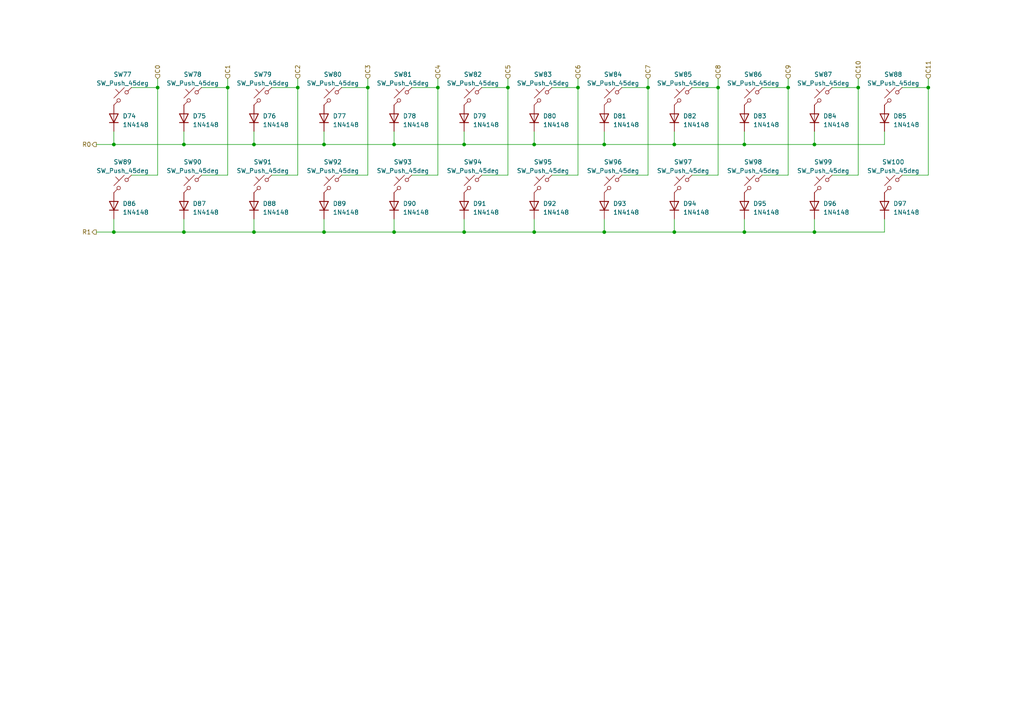
<source format=kicad_sch>
(kicad_sch (version 20230121) (generator eeschema)
  (paper "A4")
  (lib_symbols
    (symbol "Device:D" (pin_numbers hide) (pin_names (offset 1.016) hide)
      (property "Reference" "D" (at 0 2.54 0))
      (property "Value" "D" (at 0 -2.54 0))
      (symbol "D_0_1"
        (polyline (pts (xy -1.27 1.27) (xy -1.27 -1.27)) (stroke (width 0.254)))
        (polyline (pts (xy 1.27 0) (xy -1.27 0)))
        (polyline (pts (xy 1.27 1.27) (xy 1.27 -1.27) (xy -1.27 0) (xy 1.27 1.27)) (stroke (width 0.254)))
      )
      (symbol "D_1_1"
        (pin passive line (at -3.81 0 0) (length 2.54) (name "K") (number "1"))
        (pin passive line (at 3.81 0 180) (length 2.54) (name "A") (number "2"))
      )
    )
    (symbol "Switch:SW_Push_45deg" (pin_numbers hide) (pin_names (offset 1.016) hide)
      (property "Reference" "SW" (at 3.048 1.016 0))
      (property "Value" "SW_Push_45deg" (at 0 -3.81 0))
      (symbol "SW_Push_45deg_0_1"
        (circle (center -1.1684 1.1684) (radius 0.508))
        (polyline (pts (xy -0.508 2.54) (xy 2.54 -0.508)))
        (polyline (pts (xy 1.016 1.016) (xy 2.032 2.032)))
        (polyline (pts (xy -2.54 2.54) (xy -1.524 1.524) (xy -1.524 1.524)))
        (polyline (pts (xy 1.524 -1.524) (xy 2.54 -2.54) (xy 2.54 -2.54) (xy 2.54 -2.54)))
        (circle (center 1.143 -1.1938) (radius 0.508))
        (pin passive line (at -2.54 2.54 0) (length 0) (name "1") (number "1"))
        (pin passive line (at 2.54 -2.54 180) (length 0) (name "2") (number "2"))
      )
    )
  )
  (junction (at 228.6 25.4))
  (junction (at 93.98 67.31))
  (junction (at 106.68 25.4))
  (junction (at 114.3 41.91))
  (junction (at 236.22 67.31))
  (junction (at 248.92 25.4))
  (junction (at 195.58 41.91))
  (junction (at 33.02 67.31))
  (junction (at 195.58 67.31))
  (junction (at 215.9 41.91))
  (junction (at 45.72 25.4))
  (junction (at 134.62 67.31))
  (junction (at 147.32 25.4))
  (junction (at 53.34 41.91))
  (junction (at 167.64 25.4))
  (junction (at 215.9 67.31))
  (junction (at 187.96 25.4))
  (junction (at 73.66 67.31))
  (junction (at 66.04 25.4))
  (junction (at 53.34 67.31))
  (junction (at 269.24 25.4))
  (junction (at 134.62 41.91))
  (junction (at 175.26 67.31))
  (junction (at 236.22 41.91))
  (junction (at 154.94 67.31))
  (junction (at 86.36 25.4))
  (junction (at 93.98 41.91))
  (junction (at 154.94 41.91))
  (junction (at 175.26 41.91))
  (junction (at 33.02 41.91))
  (junction (at 208.28 25.4))
  (junction (at 73.66 41.91))
  (junction (at 127 25.4))
  (junction (at 114.3 67.31))
  (wire (pts (xy 175.26 41.91) (xy 195.58 41.91)))
  (wire (pts (xy 167.64 25.4) (xy 167.64 50.8)))
  (wire (pts (xy 58.42 50.8) (xy 66.04 50.8)))
  (wire (pts (xy 154.94 63.5) (xy 154.94 67.31)))
  (wire (pts (xy 236.22 41.91) (xy 256.54 41.91)))
  (wire (pts (xy 208.28 22.86) (xy 208.28 25.4)))
  (wire (pts (xy 86.36 25.4) (xy 86.36 50.8)))
  (wire (pts (xy 53.34 63.5) (xy 53.34 67.31)))
  (wire (pts (xy 114.3 67.31) (xy 134.62 67.31)))
  (wire (pts (xy 106.68 22.86) (xy 106.68 25.4)))
  (wire (pts (xy 66.04 25.4) (xy 66.04 50.8)))
  (wire (pts (xy 195.58 67.31) (xy 215.9 67.31)))
  (wire (pts (xy 256.54 38.1) (xy 256.54 41.91)))
  (wire (pts (xy 200.66 50.8) (xy 208.28 50.8)))
  (wire (pts (xy 160.02 25.4) (xy 167.64 25.4)))
  (wire (pts (xy 248.92 22.86) (xy 248.92 25.4)))
  (wire (pts (xy 160.02 50.8) (xy 167.64 50.8)))
  (wire (pts (xy 45.72 25.4) (xy 45.72 50.8)))
  (wire (pts (xy 106.68 25.4) (xy 106.68 50.8)))
  (wire (pts (xy 93.98 67.31) (xy 114.3 67.31)))
  (wire (pts (xy 134.62 67.31) (xy 154.94 67.31)))
  (wire (pts (xy 139.7 50.8) (xy 147.32 50.8)))
  (wire (pts (xy 261.62 25.4) (xy 269.24 25.4)))
  (wire (pts (xy 27.94 67.31) (xy 33.02 67.31)))
  (wire (pts (xy 236.22 38.1) (xy 236.22 41.91)))
  (wire (pts (xy 53.34 41.91) (xy 73.66 41.91)))
  (wire (pts (xy 154.94 67.31) (xy 175.26 67.31)))
  (wire (pts (xy 73.66 63.5) (xy 73.66 67.31)))
  (wire (pts (xy 93.98 41.91) (xy 114.3 41.91)))
  (wire (pts (xy 269.24 25.4) (xy 269.24 50.8)))
  (wire (pts (xy 147.32 22.86) (xy 147.32 25.4)))
  (wire (pts (xy 175.26 67.31) (xy 195.58 67.31)))
  (wire (pts (xy 228.6 22.86) (xy 228.6 25.4)))
  (wire (pts (xy 114.3 38.1) (xy 114.3 41.91)))
  (wire (pts (xy 38.1 25.4) (xy 45.72 25.4)))
  (wire (pts (xy 78.74 25.4) (xy 86.36 25.4)))
  (wire (pts (xy 195.58 63.5) (xy 195.58 67.31)))
  (wire (pts (xy 38.1 50.8) (xy 45.72 50.8)))
  (wire (pts (xy 215.9 67.31) (xy 236.22 67.31)))
  (wire (pts (xy 180.34 25.4) (xy 187.96 25.4)))
  (wire (pts (xy 236.22 67.31) (xy 256.54 67.31)))
  (wire (pts (xy 114.3 41.91) (xy 134.62 41.91)))
  (wire (pts (xy 195.58 38.1) (xy 195.58 41.91)))
  (wire (pts (xy 228.6 25.4) (xy 228.6 50.8)))
  (wire (pts (xy 93.98 63.5) (xy 93.98 67.31)))
  (wire (pts (xy 73.66 67.31) (xy 93.98 67.31)))
  (wire (pts (xy 167.64 22.86) (xy 167.64 25.4)))
  (wire (pts (xy 236.22 63.5) (xy 236.22 67.31)))
  (wire (pts (xy 215.9 38.1) (xy 215.9 41.91)))
  (wire (pts (xy 78.74 50.8) (xy 86.36 50.8)))
  (wire (pts (xy 119.38 25.4) (xy 127 25.4)))
  (wire (pts (xy 27.94 41.91) (xy 33.02 41.91)))
  (wire (pts (xy 220.98 25.4) (xy 228.6 25.4)))
  (wire (pts (xy 73.66 38.1) (xy 73.66 41.91)))
  (wire (pts (xy 134.62 41.91) (xy 154.94 41.91)))
  (wire (pts (xy 134.62 63.5) (xy 134.62 67.31)))
  (wire (pts (xy 269.24 22.86) (xy 269.24 25.4)))
  (wire (pts (xy 127 22.86) (xy 127 25.4)))
  (wire (pts (xy 261.62 50.8) (xy 269.24 50.8)))
  (wire (pts (xy 175.26 38.1) (xy 175.26 41.91)))
  (wire (pts (xy 241.3 50.8) (xy 248.92 50.8)))
  (wire (pts (xy 99.06 25.4) (xy 106.68 25.4)))
  (wire (pts (xy 200.66 25.4) (xy 208.28 25.4)))
  (wire (pts (xy 93.98 38.1) (xy 93.98 41.91)))
  (wire (pts (xy 119.38 50.8) (xy 127 50.8)))
  (wire (pts (xy 175.26 63.5) (xy 175.26 67.31)))
  (wire (pts (xy 215.9 63.5) (xy 215.9 67.31)))
  (wire (pts (xy 58.42 25.4) (xy 66.04 25.4)))
  (wire (pts (xy 33.02 41.91) (xy 53.34 41.91)))
  (wire (pts (xy 114.3 63.5) (xy 114.3 67.31)))
  (wire (pts (xy 33.02 63.5) (xy 33.02 67.31)))
  (wire (pts (xy 45.72 22.86) (xy 45.72 25.4)))
  (wire (pts (xy 53.34 67.31) (xy 73.66 67.31)))
  (wire (pts (xy 187.96 25.4) (xy 187.96 50.8)))
  (wire (pts (xy 215.9 41.91) (xy 236.22 41.91)))
  (wire (pts (xy 147.32 25.4) (xy 147.32 50.8)))
  (wire (pts (xy 154.94 41.91) (xy 175.26 41.91)))
  (wire (pts (xy 154.94 38.1) (xy 154.94 41.91)))
  (wire (pts (xy 187.96 22.86) (xy 187.96 25.4)))
  (wire (pts (xy 256.54 63.5) (xy 256.54 67.31)))
  (wire (pts (xy 241.3 25.4) (xy 248.92 25.4)))
  (wire (pts (xy 208.28 25.4) (xy 208.28 50.8)))
  (wire (pts (xy 139.7 25.4) (xy 147.32 25.4)))
  (wire (pts (xy 248.92 25.4) (xy 248.92 50.8)))
  (wire (pts (xy 220.98 50.8) (xy 228.6 50.8)))
  (wire (pts (xy 134.62 38.1) (xy 134.62 41.91)))
  (wire (pts (xy 127 25.4) (xy 127 50.8)))
  (wire (pts (xy 53.34 38.1) (xy 53.34 41.91)))
  (wire (pts (xy 99.06 50.8) (xy 106.68 50.8)))
  (wire (pts (xy 66.04 22.86) (xy 66.04 25.4)))
  (wire (pts (xy 195.58 41.91) (xy 215.9 41.91)))
  (wire (pts (xy 33.02 38.1) (xy 33.02 41.91)))
  (wire (pts (xy 86.36 22.86) (xy 86.36 25.4)))
  (wire (pts (xy 33.02 67.31) (xy 53.34 67.31)))
  (wire (pts (xy 73.66 41.91) (xy 93.98 41.91)))
  (wire (pts (xy 180.34 50.8) (xy 187.96 50.8)))
  (hierarchical_label "C11" (shape input) (at 269.24 22.86 90))
  (hierarchical_label "C2" (shape input) (at 86.36 22.86 90))
  (hierarchical_label "C8" (shape input) (at 208.28 22.86 90))
  (hierarchical_label "C5" (shape input) (at 147.32 22.86 90))
  (hierarchical_label "C6" (shape input) (at 167.64 22.86 90))
  (hierarchical_label "C10" (shape input) (at 248.92 22.86 90))
  (hierarchical_label "C1" (shape input) (at 66.04 22.86 90))
  (hierarchical_label "R0" (shape output) (at 27.94 41.91 180))
  (hierarchical_label "C7" (shape input) (at 187.96 22.86 90))
  (hierarchical_label "C9" (shape input) (at 228.6 22.86 90))
  (hierarchical_label "C4" (shape input) (at 127 22.86 90))
  (hierarchical_label "C3" (shape input) (at 106.68 22.86 90))
  (hierarchical_label "R1" (shape output) (at 27.94 67.31 180))
  (hierarchical_label "C0" (shape input) (at 45.72 22.86 90))
  (symbol (lib_id "Switch:SW_Push_45deg") (at 177.8 27.94 0) (mirror y) (unit 1)
    (property "Reference" "SW84" (at 177.8 21.59 0))
    (property "Value" "SW_Push_45deg" (at 177.8 24.13 0))
    (instances (project "autoharpie" (path "" (reference "SW84") (unit 1)) (path "" (reference "SW59") (unit 1))))
  )
  (symbol (lib_id "Switch:SW_Push_45deg") (at 177.8 53.34 0) (mirror y) (unit 1)
    (property "Reference" "SW96" (at 177.8 46.99 0))
    (property "Value" "SW_Push_45deg" (at 177.8 49.53 0))
    (instances (project "autoharpie" (path "" (reference "SW96") (unit 1)) (path "" (reference "SW60") (unit 1))))
  )
  (symbol (lib_id "Device:D") (at 93.98 34.29 90) (unit 1)
    (property "Reference" "D77" (at 96.52 33.655 90) (effects (justify right)))
    (property "Value" "1N4148" (at 96.52 36.195 90) (effects (justify right)))
    (property "Sim.Device" "D" (effects hide))
    (property "Sim.Pins" "1=K 2=A" (effects hide))
    (instances (project "autoharpie" (path "" (reference "D77") (unit 1)) (path "" (reference "D33") (unit 1))))
  )
  (symbol (lib_id "Device:D") (at 195.58 34.29 90) (unit 1)
    (property "Reference" "D82" (at 198.12 33.655 90) (effects (justify right)))
    (property "Value" "1N4148" (at 198.12 36.195 90) (effects (justify right)))
    (property "Sim.Device" "D" (effects hide))
    (property "Sim.Pins" "1=K 2=A" (effects hide))
    (instances (project "autoharpie" (path "" (reference "D82") (unit 1)) (path "" (reference "D63") (unit 1))))
  )
  (symbol (lib_id "Device:D") (at 175.26 59.69 90) (unit 1)
    (property "Reference" "D93" (at 177.8 59.055 90) (effects (justify right)))
    (property "Value" "1N4148" (at 177.8 61.595 90) (effects (justify right)))
    (property "Sim.Device" "D" (effects hide))
    (property "Sim.Pins" "1=K 2=A" (effects hide))
    (instances (project "autoharpie" (path "" (reference "D93") (unit 1)) (path "" (reference "D58") (unit 1))))
  )
  (symbol (lib_id "Switch:SW_Push_45deg") (at 96.52 53.34 0) (mirror y) (unit 1)
    (property "Reference" "SW92" (at 96.52 46.99 0))
    (property "Value" "SW_Push_45deg" (at 96.52 49.53 0))
    (instances (project "autoharpie" (path "" (reference "SW92") (unit 1)) (path "" (reference "SW36") (unit 1))))
  )
  (symbol (lib_id "Switch:SW_Push_45deg") (at 137.16 27.94 0) (mirror y) (unit 1)
    (property "Reference" "SW82" (at 137.16 21.59 0))
    (property "Value" "SW_Push_45deg" (at 137.16 24.13 0))
    (instances (project "autoharpie" (path "" (reference "SW82") (unit 1)) (path "" (reference "SW47") (unit 1))))
  )
  (symbol (lib_id "Device:D") (at 215.9 34.29 90) (unit 1)
    (property "Reference" "D83" (at 218.44 33.655 90) (effects (justify right)))
    (property "Value" "1N4148" (at 218.44 36.195 90) (effects (justify right)))
    (property "Sim.Device" "D" (effects hide))
    (property "Sim.Pins" "1=K 2=A" (effects hide))
    (instances (project "autoharpie" (path "" (reference "D83") (unit 1)) (path "" (reference "D69") (unit 1))))
  )
  (symbol (lib_id "Device:D") (at 236.22 34.29 90) (unit 1)
    (property "Reference" "D84" (at 238.76 33.655 90) (effects (justify right)))
    (property "Value" "1N4148" (at 238.76 36.195 90) (effects (justify right)))
    (property "Sim.Device" "D" (effects hide))
    (property "Sim.Pins" "1=K 2=A" (effects hide))
    (instances (project "autoharpie" (path "" (reference "D84") (unit 1)) (path "" (reference "D159") (unit 1))))
  )
  (symbol (lib_id "Device:D") (at 73.66 34.29 90) (unit 1)
    (property "Reference" "D76" (at 76.2 33.655 90) (effects (justify right)))
    (property "Value" "1N4148" (at 76.2 36.195 90) (effects (justify right)))
    (property "Sim.Device" "D" (effects hide))
    (property "Sim.Pins" "1=K 2=A" (effects hide))
    (instances (project "autoharpie" (path "" (reference "D76") (unit 1)) (path "" (reference "D27") (unit 1))))
  )
  (symbol (lib_id "Device:D") (at 114.3 59.69 90) (unit 1)
    (property "Reference" "D90" (at 116.84 59.055 90) (effects (justify right)))
    (property "Value" "1N4148" (at 116.84 61.595 90) (effects (justify right)))
    (property "Sim.Device" "D" (effects hide))
    (property "Sim.Pins" "1=K 2=A" (effects hide))
    (instances (project "autoharpie" (path "" (reference "D90") (unit 1)) (path "" (reference "D40") (unit 1))))
  )
  (symbol (lib_id "Device:D") (at 195.58 59.69 90) (unit 1)
    (property "Reference" "D94" (at 198.12 59.055 90) (effects (justify right)))
    (property "Value" "1N4148" (at 198.12 61.595 90) (effects (justify right)))
    (property "Sim.Device" "D" (effects hide))
    (property "Sim.Pins" "1=K 2=A" (effects hide))
    (instances (project "autoharpie" (path "" (reference "D94") (unit 1)) (path "" (reference "D64") (unit 1))))
  )
  (symbol (lib_id "Device:D") (at 134.62 59.69 90) (unit 1)
    (property "Reference" "D91" (at 137.16 59.055 90) (effects (justify right)))
    (property "Value" "1N4148" (at 137.16 61.595 90) (effects (justify right)))
    (property "Sim.Device" "D" (effects hide))
    (property "Sim.Pins" "1=K 2=A" (effects hide))
    (instances (project "autoharpie" (path "" (reference "D91") (unit 1)) (path "" (reference "D46") (unit 1))))
  )
  (symbol (lib_id "Device:D") (at 236.22 59.69 90) (unit 1)
    (property "Reference" "D96" (at 238.76 59.055 90) (effects (justify right)))
    (property "Value" "1N4148" (at 238.76 61.595 90) (effects (justify right)))
    (property "Sim.Device" "D" (effects hide))
    (property "Sim.Pins" "1=K 2=A" (effects hide))
    (instances (project "autoharpie" (path "" (reference "D96") (unit 1)) (path "" (reference "D160") (unit 1))))
  )
  (symbol (lib_id "Device:D") (at 53.34 34.29 90) (unit 1)
    (property "Reference" "D75" (at 55.88 33.655 90) (effects (justify right)))
    (property "Value" "1N4148" (at 55.88 36.195 90) (effects (justify right)))
    (property "Sim.Device" "D" (effects hide))
    (property "Sim.Pins" "1=K 2=A" (effects hide))
    (instances (project "autoharpie" (path "" (reference "D75") (unit 1)) (path "" (reference "D21") (unit 1))))
  )
  (symbol (lib_id "Switch:SW_Push_45deg") (at 218.44 27.94 0) (mirror y) (unit 1)
    (property "Reference" "SW86" (at 218.44 21.59 0))
    (property "Value" "SW_Push_45deg" (at 218.44 24.13 0))
    (instances (project "autoharpie" (path "" (reference "SW86") (unit 1)) (path "" (reference "SW71") (unit 1))))
  )
  (symbol (lib_id "Device:D") (at 33.02 34.29 90) (unit 1)
    (property "Reference" "D74" (at 35.56 33.655 90) (effects (justify right)))
    (property "Value" "1N4148" (at 35.56 36.195 90) (effects (justify right)))
    (property "Sim.Device" "D" (effects hide))
    (property "Sim.Pins" "1=K 2=A" (effects hide))
    (instances (project "autoharpie" (path "" (reference "D74") (unit 1)) (path "" (reference "D15") (unit 1))))
  )
  (symbol (lib_id "Switch:SW_Push_45deg") (at 259.08 53.34 0) (mirror y) (unit 1)
    (property "Reference" "SW100" (at 259.08 46.99 0))
    (property "Value" "SW_Push_45deg" (at 259.08 49.53 0))
    (instances (project "autoharpie" (path "" (reference "SW100") (unit 1)) (path "" (reference "SW146") (unit 1))))
  )
  (symbol (lib_id "Switch:SW_Push_45deg") (at 198.12 27.94 0) (mirror y) (unit 1)
    (property "Reference" "SW85" (at 198.12 21.59 0))
    (property "Value" "SW_Push_45deg" (at 198.12 24.13 0))
    (instances (project "autoharpie" (path "" (reference "SW85") (unit 1)) (path "" (reference "SW65") (unit 1))))
  )
  (symbol (lib_id "Switch:SW_Push_45deg") (at 35.56 53.34 0) (mirror y) (unit 1)
    (property "Reference" "SW89" (at 35.56 46.99 0))
    (property "Value" "SW_Push_45deg" (at 35.56 49.53 0))
    (instances (project "autoharpie" (path "" (reference "SW89") (unit 1)) (path "" (reference "SW18") (unit 1))))
  )
  (symbol (lib_id "Switch:SW_Push_45deg") (at 55.88 53.34 0) (mirror y) (unit 1)
    (property "Reference" "SW90" (at 55.88 46.99 0))
    (property "Value" "SW_Push_45deg" (at 55.88 49.53 0))
    (instances (project "autoharpie" (path "" (reference "SW90") (unit 1)) (path "" (reference "SW24") (unit 1))))
  )
  (symbol (lib_id "Switch:SW_Push_45deg") (at 137.16 53.34 0) (mirror y) (unit 1)
    (property "Reference" "SW94" (at 137.16 46.99 0))
    (property "Value" "SW_Push_45deg" (at 137.16 49.53 0))
    (instances (project "autoharpie" (path "" (reference "SW94") (unit 1)) (path "" (reference "SW48") (unit 1))))
  )
  (symbol (lib_id "Device:D") (at 73.66 59.69 90) (unit 1)
    (property "Reference" "D88" (at 76.2 59.055 90) (effects (justify right)))
    (property "Value" "1N4148" (at 76.2 61.595 90) (effects (justify right)))
    (property "Sim.Device" "D" (effects hide))
    (property "Sim.Pins" "1=K 2=A" (effects hide))
    (instances (project "autoharpie" (path "" (reference "D88") (unit 1)) (path "" (reference "D28") (unit 1))))
  )
  (symbol (lib_id "Device:D") (at 114.3 34.29 90) (unit 1)
    (property "Reference" "D78" (at 116.84 33.655 90) (effects (justify right)))
    (property "Value" "1N4148" (at 116.84 36.195 90) (effects (justify right)))
    (property "Sim.Device" "D" (effects hide))
    (property "Sim.Pins" "1=K 2=A" (effects hide))
    (instances (project "autoharpie" (path "" (reference "D78") (unit 1)) (path "" (reference "D39") (unit 1))))
  )
  (symbol (lib_id "Switch:SW_Push_45deg") (at 96.52 27.94 0) (mirror y) (unit 1)
    (property "Reference" "SW80" (at 96.52 21.59 0))
    (property "Value" "SW_Push_45deg" (at 96.52 24.13 0))
    (instances (project "autoharpie" (path "" (reference "SW80") (unit 1)) (path "" (reference "SW35") (unit 1))))
  )
  (symbol (lib_id "Switch:SW_Push_45deg") (at 35.56 27.94 0) (mirror y) (unit 1)
    (property "Reference" "SW77" (at 35.56 21.59 0))
    (property "Value" "SW_Push_45deg" (at 35.56 24.13 0))
    (instances (project "autoharpie" (path "" (reference "SW77") (unit 1)) (path "" (reference "SW17") (unit 1))))
  )
  (symbol (lib_id "Switch:SW_Push_45deg") (at 76.2 27.94 0) (mirror y) (unit 1)
    (property "Reference" "SW79" (at 76.2 21.59 0))
    (property "Value" "SW_Push_45deg" (at 76.2 24.13 0))
    (instances (project "autoharpie" (path "" (reference "SW79") (unit 1)) (path "" (reference "SW29") (unit 1))))
  )
  (symbol (lib_id "Switch:SW_Push_45deg") (at 198.12 53.34 0) (mirror y) (unit 1)
    (property "Reference" "SW97" (at 198.12 46.99 0))
    (property "Value" "SW_Push_45deg" (at 198.12 49.53 0))
    (instances (project "autoharpie" (path "" (reference "SW97") (unit 1)) (path "" (reference "SW66") (unit 1))))
  )
  (symbol (lib_id "Device:D") (at 53.34 59.69 90) (unit 1)
    (property "Reference" "D87" (at 55.88 59.055 90) (effects (justify right)))
    (property "Value" "1N4148" (at 55.88 61.595 90) (effects (justify right)))
    (property "Sim.Device" "D" (effects hide))
    (property "Sim.Pins" "1=K 2=A" (effects hide))
    (instances (project "autoharpie" (path "" (reference "D87") (unit 1)) (path "" (reference "D22") (unit 1))))
  )
  (symbol (lib_id "Device:D") (at 215.9 59.69 90) (unit 1)
    (property "Reference" "D95" (at 218.44 59.055 90) (effects (justify right)))
    (property "Value" "1N4148" (at 218.44 61.595 90) (effects (justify right)))
    (property "Sim.Device" "D" (effects hide))
    (property "Sim.Pins" "1=K 2=A" (effects hide))
    (instances (project "autoharpie" (path "" (reference "D95") (unit 1)) (path "" (reference "D70") (unit 1))))
  )
  (symbol (lib_id "Switch:SW_Push_45deg") (at 259.08 27.94 0) (mirror y) (unit 1)
    (property "Reference" "SW88" (at 259.08 21.59 0))
    (property "Value" "SW_Push_45deg" (at 259.08 24.13 0))
    (instances (project "autoharpie" (path "" (reference "SW88") (unit 1)) (path "" (reference "SW145") (unit 1))))
  )
  (symbol (lib_id "Switch:SW_Push_45deg") (at 116.84 53.34 0) (mirror y) (unit 1)
    (property "Reference" "SW93" (at 116.84 46.99 0))
    (property "Value" "SW_Push_45deg" (at 116.84 49.53 0))
    (instances (project "autoharpie" (path "" (reference "SW93") (unit 1)) (path "" (reference "SW42") (unit 1))))
  )
  (symbol (lib_id "Device:D") (at 134.62 34.29 90) (unit 1)
    (property "Reference" "D79" (at 137.16 33.655 90) (effects (justify right)))
    (property "Value" "1N4148" (at 137.16 36.195 90) (effects (justify right)))
    (property "Sim.Device" "D" (effects hide))
    (property "Sim.Pins" "1=K 2=A" (effects hide))
    (instances (project "autoharpie" (path "" (reference "D79") (unit 1)) (path "" (reference "D45") (unit 1))))
  )
  (symbol (lib_id "Switch:SW_Push_45deg") (at 116.84 27.94 0) (mirror y) (unit 1)
    (property "Reference" "SW81" (at 116.84 21.59 0))
    (property "Value" "SW_Push_45deg" (at 116.84 24.13 0))
    (instances (project "autoharpie" (path "" (reference "SW81") (unit 1)) (path "" (reference "SW41") (unit 1))))
  )
  (symbol (lib_id "Device:D") (at 33.02 59.69 90) (unit 1)
    (property "Reference" "D86" (at 35.56 59.055 90) (effects (justify right)))
    (property "Value" "1N4148" (at 35.56 61.595 90) (effects (justify right)))
    (property "Sim.Device" "D" (effects hide))
    (property "Sim.Pins" "1=K 2=A" (effects hide))
    (instances (project "autoharpie" (path "" (reference "D86") (unit 1)) (path "" (reference "D16") (unit 1))))
  )
  (symbol (lib_id "Device:D") (at 93.98 59.69 90) (unit 1)
    (property "Reference" "D89" (at 96.52 59.055 90) (effects (justify right)))
    (property "Value" "1N4148" (at 96.52 61.595 90) (effects (justify right)))
    (property "Sim.Device" "D" (effects hide))
    (property "Sim.Pins" "1=K 2=A" (effects hide))
    (instances (project "autoharpie" (path "" (reference "D89") (unit 1)) (path "" (reference "D34") (unit 1))))
  )
  (symbol (lib_id "Device:D") (at 256.54 34.29 90) (unit 1)
    (property "Reference" "D85" (at 259.08 33.655 90) (effects (justify right)))
    (property "Value" "1N4148" (at 259.08 36.195 90) (effects (justify right)))
    (property "Sim.Device" "D" (effects hide))
    (property "Sim.Pins" "1=K 2=A" (effects hide))
    (instances (project "autoharpie" (path "" (reference "D85") (unit 1)) (path "" (reference "D165") (unit 1))))
  )
  (symbol (lib_id "Switch:SW_Push_45deg") (at 218.44 53.34 0) (mirror y) (unit 1)
    (property "Reference" "SW98" (at 218.44 46.99 0))
    (property "Value" "SW_Push_45deg" (at 218.44 49.53 0))
    (instances (project "autoharpie" (path "" (reference "SW98") (unit 1)) (path "" (reference "SW72") (unit 1))))
  )
  (symbol (lib_id "Switch:SW_Push_45deg") (at 238.76 53.34 0) (mirror y) (unit 1)
    (property "Reference" "SW99" (at 238.76 46.99 0))
    (property "Value" "SW_Push_45deg" (at 238.76 49.53 0))
    (instances (project "autoharpie" (path "" (reference "SW99") (unit 1)) (path "" (reference "SW140") (unit 1))))
  )
  (symbol (lib_id "Switch:SW_Push_45deg") (at 238.76 27.94 0) (mirror y) (unit 1)
    (property "Reference" "SW87" (at 238.76 21.59 0))
    (property "Value" "SW_Push_45deg" (at 238.76 24.13 0))
    (instances (project "autoharpie" (path "" (reference "SW87") (unit 1)) (path "" (reference "SW139") (unit 1))))
  )
  (symbol (lib_id "Device:D") (at 256.54 59.69 90) (unit 1)
    (property "Reference" "D97" (at 259.08 59.055 90) (effects (justify right)))
    (property "Value" "1N4148" (at 259.08 61.595 90) (effects (justify right)))
    (property "Sim.Device" "D" (effects hide))
    (property "Sim.Pins" "1=K 2=A" (effects hide))
    (instances (project "autoharpie" (path "" (reference "D97") (unit 1)) (path "" (reference "D166") (unit 1))))
  )
  (symbol (lib_id "Switch:SW_Push_45deg") (at 157.48 27.94 0) (mirror y) (unit 1)
    (property "Reference" "SW83" (at 157.48 21.59 0))
    (property "Value" "SW_Push_45deg" (at 157.48 24.13 0))
    (instances (project "autoharpie" (path "" (reference "SW83") (unit 1)) (path "" (reference "SW53") (unit 1))))
  )
  (symbol (lib_id "Switch:SW_Push_45deg") (at 76.2 53.34 0) (mirror y) (unit 1)
    (property "Reference" "SW91" (at 76.2 46.99 0))
    (property "Value" "SW_Push_45deg" (at 76.2 49.53 0))
    (instances (project "autoharpie" (path "" (reference "SW91") (unit 1)) (path "" (reference "SW30") (unit 1))))
  )
  (symbol (lib_id "Device:D") (at 154.94 59.69 90) (unit 1)
    (property "Reference" "D92" (at 157.48 59.055 90) (effects (justify right)))
    (property "Value" "1N4148" (at 157.48 61.595 90) (effects (justify right)))
    (property "Sim.Device" "D" (effects hide))
    (property "Sim.Pins" "1=K 2=A" (effects hide))
    (instances (project "autoharpie" (path "" (reference "D92") (unit 1)) (path "" (reference "D52") (unit 1))))
  )
  (symbol (lib_id "Switch:SW_Push_45deg") (at 157.48 53.34 0) (mirror y) (unit 1)
    (property "Reference" "SW95" (at 157.48 46.99 0))
    (property "Value" "SW_Push_45deg" (at 157.48 49.53 0))
    (instances (project "autoharpie" (path "" (reference "SW95") (unit 1)) (path "" (reference "SW54") (unit 1))))
  )
  (symbol (lib_id "Device:D") (at 154.94 34.29 90) (unit 1)
    (property "Reference" "D80" (at 157.48 33.655 90) (effects (justify right)))
    (property "Value" "1N4148" (at 157.48 36.195 90) (effects (justify right)))
    (property "Sim.Device" "D" (effects hide))
    (property "Sim.Pins" "1=K 2=A" (effects hide))
    (instances (project "autoharpie" (path "" (reference "D80") (unit 1)) (path "" (reference "D51") (unit 1))))
  )
  (symbol (lib_id "Switch:SW_Push_45deg") (at 55.88 27.94 0) (mirror y) (unit 1)
    (property "Reference" "SW78" (at 55.88 21.59 0))
    (property "Value" "SW_Push_45deg" (at 55.88 24.13 0))
    (instances (project "autoharpie" (path "" (reference "SW78") (unit 1)) (path "" (reference "SW23") (unit 1))))
  )
  (symbol (lib_id "Device:D") (at 175.26 34.29 90) (unit 1)
    (property "Reference" "D81" (at 177.8 33.655 90) (effects (justify right)))
    (property "Value" "1N4148" (at 177.8 36.195 90) (effects (justify right)))
    (property "Sim.Device" "D" (effects hide))
    (property "Sim.Pins" "1=K 2=A" (effects hide))
    (instances (project "autoharpie" (path "" (reference "D81") (unit 1)) (path "" (reference "D57") (unit 1))))
  )
)
</source>
